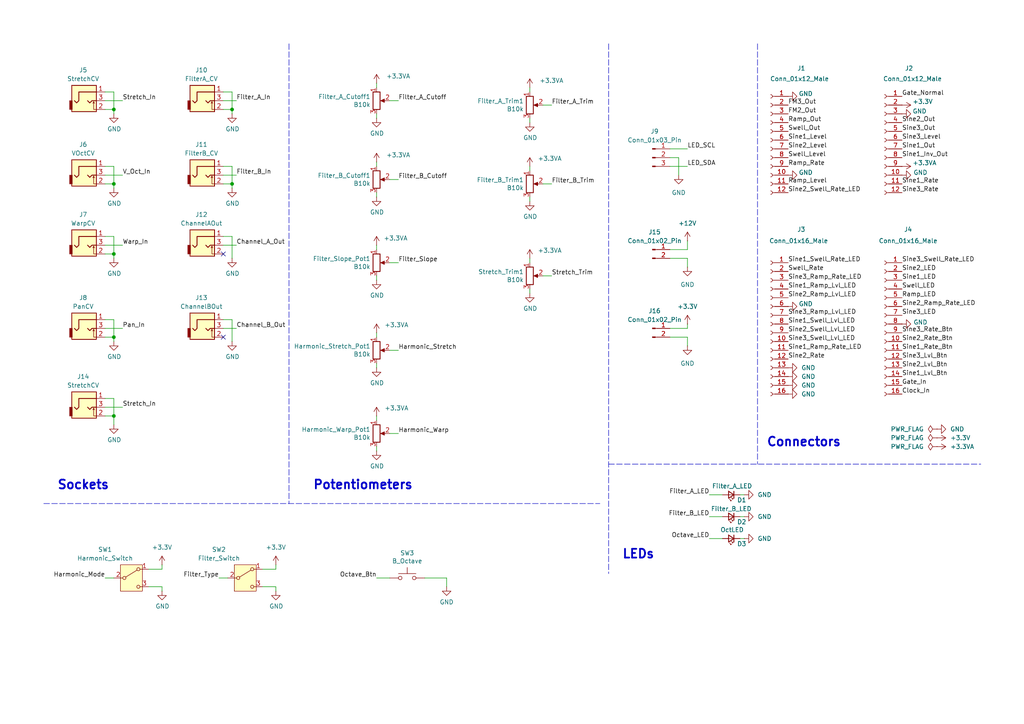
<source format=kicad_sch>
(kicad_sch (version 20231120) (generator "eeschema") (generator_version "8.0")
  (paper "A4")
  (title_block (title "Kishoof Components") (date "2024-04-24") (rev "1.0") (company "Mountjoy Modular"))
  (lib_symbols
    (symbol "Connector:Conn_01x02_Pin" (pin_names (offset 1.016) hide)
      (property "Reference" "J" (at 0 2.54 0))
      (property "Value" "Conn_01x02_Pin" (at 0 -5.08 0))
      (symbol "Conn_01x02_Pin_1_1"
        (polyline (pts (xy 1.27 -2.54) (xy 0.8636 -2.54)) (stroke (width 0.1524)))
        (polyline (pts (xy 1.27 0) (xy 0.8636 0)) (stroke (width 0.1524)))
        (rectangle (start 0.8636 -2.413) (end 0 -2.667) (stroke (width 0.1524)) (fill (type outline)))
        (rectangle (start 0.8636 0.127) (end 0 -0.127) (stroke (width 0.1524)) (fill (type outline)))
        (pin passive line (at 5.08 0 180) (length 3.81) (name "Pin_1") (number "1"))
        (pin passive line (at 5.08 -2.54 180) (length 3.81) (name "Pin_2") (number "2"))
      )
    )
    (symbol "Connector:Conn_01x03_Pin" (pin_names (offset 1.016) hide)
      (property "Reference" "J" (at 0 5.08 0))
      (property "Value" "Conn_01x03_Pin" (at 0 -5.08 0))
      (symbol "Conn_01x03_Pin_1_1"
        (polyline (pts (xy 1.27 -2.54) (xy 0.8636 -2.54)) (stroke (width 0.1524)))
        (polyline (pts (xy 1.27 0) (xy 0.8636 0)) (stroke (width 0.1524)))
        (polyline (pts (xy 1.27 2.54) (xy 0.8636 2.54)) (stroke (width 0.1524)))
        (rectangle (start 0.8636 -2.413) (end 0 -2.667) (stroke (width 0.1524)) (fill (type outline)))
        (rectangle (start 0.8636 0.127) (end 0 -0.127) (stroke (width 0.1524)) (fill (type outline)))
        (rectangle (start 0.8636 2.667) (end 0 2.413) (stroke (width 0.1524)) (fill (type outline)))
        (pin passive line (at 5.08 2.54 180) (length 3.81) (name "Pin_1") (number "1"))
        (pin passive line (at 5.08 0 180) (length 3.81) (name "Pin_2") (number "2"))
        (pin passive line (at 5.08 -2.54 180) (length 3.81) (name "Pin_3") (number "3"))
      )
    )
    (symbol "Connector:Conn_01x12_Socket" (pin_names (offset 1.016) hide)
      (property "Reference" "J" (at 0 15.24 0))
      (property "Value" "Conn_01x12_Socket" (at 0 -17.78 0))
      (symbol "Conn_01x12_Socket_1_1"
        (arc (start 0 -14.732) (mid -0.5058 -15.24) (end 0 -15.748) (stroke (width 0.1524)))
        (arc (start 0 -12.192) (mid -0.5058 -12.7) (end 0 -13.208) (stroke (width 0.1524)))
        (arc (start 0 -9.652) (mid -0.5058 -10.16) (end 0 -10.668) (stroke (width 0.1524)))
        (arc (start 0 -7.112) (mid -0.5058 -7.62) (end 0 -8.128) (stroke (width 0.1524)))
        (arc (start 0 -4.572) (mid -0.5058 -5.08) (end 0 -5.588) (stroke (width 0.1524)))
        (arc (start 0 -2.032) (mid -0.5058 -2.54) (end 0 -3.048) (stroke (width 0.1524)))
        (polyline (pts (xy -1.27 -15.24) (xy -0.508 -15.24)) (stroke (width 0.1524)))
        (polyline (pts (xy -1.27 -12.7) (xy -0.508 -12.7)) (stroke (width 0.1524)))
        (polyline (pts (xy -1.27 -10.16) (xy -0.508 -10.16)) (stroke (width 0.1524)))
        (polyline (pts (xy -1.27 -7.62) (xy -0.508 -7.62)) (stroke (width 0.1524)))
        (polyline (pts (xy -1.27 -5.08) (xy -0.508 -5.08)) (stroke (width 0.1524)))
        (polyline (pts (xy -1.27 -2.54) (xy -0.508 -2.54)) (stroke (width 0.1524)))
        (polyline (pts (xy -1.27 0) (xy -0.508 0)) (stroke (width 0.1524)))
        (polyline (pts (xy -1.27 2.54) (xy -0.508 2.54)) (stroke (width 0.1524)))
        (polyline (pts (xy -1.27 5.08) (xy -0.508 5.08)) (stroke (width 0.1524)))
        (polyline (pts (xy -1.27 7.62) (xy -0.508 7.62)) (stroke (width 0.1524)))
        (polyline (pts (xy -1.27 10.16) (xy -0.508 10.16)) (stroke (width 0.1524)))
        (polyline (pts (xy -1.27 12.7) (xy -0.508 12.7)) (stroke (width 0.1524)))
        (arc (start 0 0.508) (mid -0.5058 0) (end 0 -0.508) (stroke (width 0.1524)))
        (arc (start 0 3.048) (mid -0.5058 2.54) (end 0 2.032) (stroke (width 0.1524)))
        (arc (start 0 5.588) (mid -0.5058 5.08) (end 0 4.572) (stroke (width 0.1524)))
        (arc (start 0 8.128) (mid -0.5058 7.62) (end 0 7.112) (stroke (width 0.1524)))
        (arc (start 0 10.668) (mid -0.5058 10.16) (end 0 9.652) (stroke (width 0.1524)))
        (arc (start 0 13.208) (mid -0.5058 12.7) (end 0 12.192) (stroke (width 0.1524)))
        (pin passive line (at -5.08 12.7 0) (length 3.81) (name "Pin_1") (number "1"))
        (pin passive line (at -5.08 -10.16 0) (length 3.81) (name "Pin_10") (number "10"))
        (pin passive line (at -5.08 -12.7 0) (length 3.81) (name "Pin_11") (number "11"))
        (pin passive line (at -5.08 -15.24 0) (length 3.81) (name "Pin_12") (number "12"))
        (pin passive line (at -5.08 10.16 0) (length 3.81) (name "Pin_2") (number "2"))
        (pin passive line (at -5.08 7.62 0) (length 3.81) (name "Pin_3") (number "3"))
        (pin passive line (at -5.08 5.08 0) (length 3.81) (name "Pin_4") (number "4"))
        (pin passive line (at -5.08 2.54 0) (length 3.81) (name "Pin_5") (number "5"))
        (pin passive line (at -5.08 0 0) (length 3.81) (name "Pin_6") (number "6"))
        (pin passive line (at -5.08 -2.54 0) (length 3.81) (name "Pin_7") (number "7"))
        (pin passive line (at -5.08 -5.08 0) (length 3.81) (name "Pin_8") (number "8"))
        (pin passive line (at -5.08 -7.62 0) (length 3.81) (name "Pin_9") (number "9"))
      )
    )
    (symbol "Connector:Conn_01x16_Socket" (pin_names (offset 1.016) hide)
      (property "Reference" "J" (at 0 20.32 0))
      (property "Value" "Conn_01x16_Socket" (at 0 -22.86 0))
      (symbol "Conn_01x16_Socket_1_1"
        (arc (start 0 -19.812) (mid -0.5058 -20.32) (end 0 -20.828) (stroke (width 0.1524)))
        (arc (start 0 -17.272) (mid -0.5058 -17.78) (end 0 -18.288) (stroke (width 0.1524)))
        (arc (start 0 -14.732) (mid -0.5058 -15.24) (end 0 -15.748) (stroke (width 0.1524)))
        (arc (start 0 -12.192) (mid -0.5058 -12.7) (end 0 -13.208) (stroke (width 0.1524)))
        (arc (start 0 -9.652) (mid -0.5058 -10.16) (end 0 -10.668) (stroke (width 0.1524)))
        (arc (start 0 -7.112) (mid -0.5058 -7.62) (end 0 -8.128) (stroke (width 0.1524)))
        (arc (start 0 -4.572) (mid -0.5058 -5.08) (end 0 -5.588) (stroke (width 0.1524)))
        (arc (start 0 -2.032) (mid -0.5058 -2.54) (end 0 -3.048) (stroke (width 0.1524)))
        (polyline (pts (xy -1.27 -20.32) (xy -0.508 -20.32)) (stroke (width 0.1524)))
        (polyline (pts (xy -1.27 -17.78) (xy -0.508 -17.78)) (stroke (width 0.1524)))
        (polyline (pts (xy -1.27 -15.24) (xy -0.508 -15.24)) (stroke (width 0.1524)))
        (polyline (pts (xy -1.27 -12.7) (xy -0.508 -12.7)) (stroke (width 0.1524)))
        (polyline (pts (xy -1.27 -10.16) (xy -0.508 -10.16)) (stroke (width 0.1524)))
        (polyline (pts (xy -1.27 -7.62) (xy -0.508 -7.62)) (stroke (width 0.1524)))
        (polyline (pts (xy -1.27 -5.08) (xy -0.508 -5.08)) (stroke (width 0.1524)))
        (polyline (pts (xy -1.27 -2.54) (xy -0.508 -2.54)) (stroke (width 0.1524)))
        (polyline (pts (xy -1.27 0) (xy -0.508 0)) (stroke (width 0.1524)))
        (polyline (pts (xy -1.27 2.54) (xy -0.508 2.54)) (stroke (width 0.1524)))
        (polyline (pts (xy -1.27 5.08) (xy -0.508 5.08)) (stroke (width 0.1524)))
        (polyline (pts (xy -1.27 7.62) (xy -0.508 7.62)) (stroke (width 0.1524)))
        (polyline (pts (xy -1.27 10.16) (xy -0.508 10.16)) (stroke (width 0.1524)))
        (polyline (pts (xy -1.27 12.7) (xy -0.508 12.7)) (stroke (width 0.1524)))
        (polyline (pts (xy -1.27 15.24) (xy -0.508 15.24)) (stroke (width 0.1524)))
        (polyline (pts (xy -1.27 17.78) (xy -0.508 17.78)) (stroke (width 0.1524)))
        (arc (start 0 0.508) (mid -0.5058 0) (end 0 -0.508) (stroke (width 0.1524)))
        (arc (start 0 3.048) (mid -0.5058 2.54) (end 0 2.032) (stroke (width 0.1524)))
        (arc (start 0 5.588) (mid -0.5058 5.08) (end 0 4.572) (stroke (width 0.1524)))
        (arc (start 0 8.128) (mid -0.5058 7.62) (end 0 7.112) (stroke (width 0.1524)))
        (arc (start 0 10.668) (mid -0.5058 10.16) (end 0 9.652) (stroke (width 0.1524)))
        (arc (start 0 13.208) (mid -0.5058 12.7) (end 0 12.192) (stroke (width 0.1524)))
        (arc (start 0 15.748) (mid -0.5058 15.24) (end 0 14.732) (stroke (width 0.1524)))
        (arc (start 0 18.288) (mid -0.5058 17.78) (end 0 17.272) (stroke (width 0.1524)))
        (pin passive line (at -5.08 17.78 0) (length 3.81) (name "Pin_1") (number "1"))
        (pin passive line (at -5.08 -5.08 0) (length 3.81) (name "Pin_10") (number "10"))
        (pin passive line (at -5.08 -7.62 0) (length 3.81) (name "Pin_11") (number "11"))
        (pin passive line (at -5.08 -10.16 0) (length 3.81) (name "Pin_12") (number "12"))
        (pin passive line (at -5.08 -12.7 0) (length 3.81) (name "Pin_13") (number "13"))
        (pin passive line (at -5.08 -15.24 0) (length 3.81) (name "Pin_14") (number "14"))
        (pin passive line (at -5.08 -17.78 0) (length 3.81) (name "Pin_15") (number "15"))
        (pin passive line (at -5.08 -20.32 0) (length 3.81) (name "Pin_16") (number "16"))
        (pin passive line (at -5.08 15.24 0) (length 3.81) (name "Pin_2") (number "2"))
        (pin passive line (at -5.08 12.7 0) (length 3.81) (name "Pin_3") (number "3"))
        (pin passive line (at -5.08 10.16 0) (length 3.81) (name "Pin_4") (number "4"))
        (pin passive line (at -5.08 7.62 0) (length 3.81) (name "Pin_5") (number "5"))
        (pin passive line (at -5.08 5.08 0) (length 3.81) (name "Pin_6") (number "6"))
        (pin passive line (at -5.08 2.54 0) (length 3.81) (name "Pin_7") (number "7"))
        (pin passive line (at -5.08 0 0) (length 3.81) (name "Pin_8") (number "8"))
        (pin passive line (at -5.08 -2.54 0) (length 3.81) (name "Pin_9") (number "9"))
      )
    )
    (symbol "Device:LED_Small" (pin_numbers hide) (pin_names (offset 0.254) hide)
      (property "Reference" "D" (at -1.27 3.175 0))
      (property "Value" "LED_Small" (at -4.445 -2.54 0))
      (symbol "LED_Small_0_1"
        (polyline (pts (xy -0.762 -1.016) (xy -0.762 1.016)) (stroke (width 0.254)))
        (polyline (pts (xy 1.016 0) (xy -0.762 0)))
        (polyline (pts (xy 0.762 -1.016) (xy -0.762 0) (xy 0.762 1.016) (xy 0.762 -1.016)) (stroke (width 0.254)))
        (polyline (pts (xy 0 0.762) (xy -0.508 1.27) (xy -0.254 1.27) (xy -0.508 1.27) (xy -0.508 1.016)))
        (polyline (pts (xy 0.508 1.27) (xy 0 1.778) (xy 0.254 1.778) (xy 0 1.778) (xy 0 1.524)))
      )
      (symbol "LED_Small_1_1"
        (pin passive line (at -2.54 0 0) (length 1.778) (name "K") (number "1"))
        (pin passive line (at 2.54 0 180) (length 1.778) (name "A") (number "2"))
      )
    )
    (symbol "Device:R_Potentiometer" (pin_names (offset 1.016) hide)
      (property "Reference" "RV" (at -4.445 0 90))
      (property "Value" "R_Potentiometer" (at -2.54 0 90))
      (symbol "R_Potentiometer_0_1"
        (polyline (pts (xy 2.54 0) (xy 1.524 0)))
        (polyline (pts (xy 1.143 0) (xy 2.286 0.508) (xy 2.286 -0.508) (xy 1.143 0)) (fill (type outline)))
        (rectangle (start 1.016 2.54) (end -1.016 -2.54) (stroke (width 0.254)))
      )
      (symbol "R_Potentiometer_1_1"
        (pin passive line (at 0 3.81 270) (length 1.27) (name "1") (number "1"))
        (pin passive line (at 3.81 0 180) (length 1.27) (name "2") (number "2"))
        (pin passive line (at 0 -3.81 90) (length 1.27) (name "3") (number "3"))
      )
    )
    (symbol "Switch:SW_Push" (pin_numbers hide) (pin_names (offset 1.016) hide)
      (property "Reference" "SW" (at 1.27 2.54 0))
      (property "Value" "SW_Push" (at 0 -1.524 0))
      (symbol "SW_Push_0_1"
        (circle (center -2.032 0) (radius 0.508))
        (polyline (pts (xy 0 1.27) (xy 0 3.048)))
        (polyline (pts (xy 2.54 1.27) (xy -2.54 1.27)))
        (circle (center 2.032 0) (radius 0.508))
        (pin passive line (at -5.08 0 0) (length 2.54) (name "1") (number "1"))
        (pin passive line (at 5.08 0 180) (length 2.54) (name "2") (number "2"))
      )
    )
    (symbol "Switch:SW_SPDT" (pin_names (offset 0) hide)
      (property "Reference" "SW" (at 0 5.08 0))
      (property "Value" "SW_SPDT" (at 0 -5.08 0))
      (symbol "SW_SPDT_0_1"
        (circle (center -2.032 0) (radius 0.4572))
        (polyline (pts (xy -1.651 0.254) (xy 1.651 2.286)))
        (circle (center 2.032 -2.54) (radius 0.4572))
        (circle (center 2.032 2.54) (radius 0.4572))
      )
      (symbol "SW_SPDT_1_1"
        (rectangle (start -3.175 3.81) (end 3.175 -3.81) (fill (type background)))
        (pin passive line (at 5.08 2.54 180) (length 2.54) (name "A") (number "1"))
        (pin passive line (at -5.08 0 0) (length 2.54) (name "B") (number "2"))
        (pin passive line (at 5.08 -2.54 180) (length 2.54) (name "C") (number "3"))
      )
    )
    (symbol "power:+12V" (power) (pin_numbers hide) (pin_names (offset 0) hide)
      (property "Value" "+12V" (at 0 3.556 0))
      (symbol "+12V_0_1"
        (polyline (pts (xy -0.762 1.27) (xy 0 2.54)))
        (polyline (pts (xy 0 0) (xy 0 2.54)))
        (polyline (pts (xy 0 2.54) (xy 0.762 1.27)))
      )
      (symbol "+12V_1_1"
        (pin power_in line (at 0 0 90) (length 0) (name "~") (number "1"))
      )
    )
    (symbol "power:+3.3V" (power) (pin_numbers hide) (pin_names (offset 0) hide)
      (property "Value" "+3.3V" (at 0 3.556 0))
      (symbol "+3.3V_0_1"
        (polyline (pts (xy -0.762 1.27) (xy 0 2.54)))
        (polyline (pts (xy 0 0) (xy 0 2.54)))
        (polyline (pts (xy 0 2.54) (xy 0.762 1.27)))
      )
      (symbol "+3.3V_1_1"
        (pin power_in line (at 0 0 90) (length 0) (name "~") (number "1"))
      )
    )
    (symbol "power:+3.3VA" (power) (pin_numbers hide) (pin_names (offset 0) hide)
      (property "Value" "+3.3VA" (at 0 3.556 0))
      (symbol "+3.3VA_0_1"
        (polyline (pts (xy -0.762 1.27) (xy 0 2.54)))
        (polyline (pts (xy 0 0) (xy 0 2.54)))
        (polyline (pts (xy 0 2.54) (xy 0.762 1.27)))
      )
      (symbol "+3.3VA_1_1"
        (pin power_in line (at 0 0 90) (length 0) (name "~") (number "1"))
      )
    )
    (symbol "power:GND" (power) (pin_numbers hide) (pin_names (offset 0) hide)
      (property "Value" "GND" (at 0 -3.81 0))
      (symbol "GND_0_1"
        (polyline (pts (xy 0 0) (xy 0 -1.27) (xy 1.27 -1.27) (xy 0 -2.54) (xy -1.27 -1.27) (xy 0 -1.27)))
      )
      (symbol "GND_1_1"
        (pin power_in line (at 0 0 270) (length 0) (name "~") (number "1"))
      )
    )
    (symbol "power:PWR_FLAG" (power) (pin_numbers hide) (pin_names (offset 0) hide)
      (property "Value" "PWR_FLAG" (at 0 3.81 0))
      (symbol "PWR_FLAG_0_0"
        (pin power_out line (at 0 0 90) (length 0) (name "~") (number "1"))
      )
      (symbol "PWR_FLAG_0_1"
        (polyline (pts (xy 0 0) (xy 0 1.27) (xy -1.016 1.905) (xy 0 2.54) (xy 1.016 1.905) (xy 0 1.27)))
      )
    )
    (symbol "thonkiconn:AudioJack2_Ground_Switch" (pin_names (offset 1.016))
      (property "Reference" "J" (at 0 8.89 0))
      (property "Value" "AudioJack2_Ground_Switch" (at 0 6.35 0))
      (symbol "AudioJack2_Ground_Switch_0_1"
        (rectangle (start -4.445 -2.54) (end -5.207 0) (fill (type outline)))
        (polyline (pts (xy 1.778 -0.254) (xy 2.032 -0.762)))
        (polyline (pts (xy 0 0) (xy 0.635 -0.635) (xy 1.27 0) (xy 2.54 0)) (stroke (width 0.254)))
        (polyline (pts (xy 2.54 -2.54) (xy 1.778 -2.54) (xy 1.778 -0.254) (xy 1.524 -0.762)))
        (polyline (pts (xy 2.54 2.54) (xy -2.54 2.54) (xy -2.54 0) (xy -3.175 -0.635) (xy -3.81 0)) (stroke (width 0.254)))
        (rectangle (start 2.54 -3.175) (end -4.572 4.445) (stroke (width 0.254)) (fill (type background)))
      )
      (symbol "AudioJack2_Ground_Switch_1_1"
        (pin passive line (at 5.08 2.54 180) (length 2.54) (name "~") (number "1"))
        (pin passive line (at 5.08 -2.54 180) (length 2.54) (name "~") (number "2"))
        (pin passive line (at 5.08 0 180) (length 2.54) (name "~") (number "3"))
      )
    )
  )
  (junction (at 33.02 53.34))
  (junction (at 33.02 120.65))
  (junction (at 33.02 31.75))
  (junction (at 33.02 97.79))
  (junction (at 67.31 53.34))
  (junction (at 33.02 73.66))
  (junction (at 67.31 31.75))
  (no_connect (at 64.77 97.79))
  (no_connect (at 64.77 73.66))
  (wire (pts (xy 33.02 115.57) (xy 33.02 120.65)))
  (wire (pts (xy 196.85 45.72) (xy 196.85 50.8)))
  (wire (pts (xy 76.2 165.1) (xy 80.01 165.1)))
  (wire (pts (xy 109.22 24.13) (xy 109.22 25.4)))
  (wire (pts (xy 64.77 26.67) (xy 67.31 26.67)))
  (wire (pts (xy 33.02 53.34) (xy 33.02 54.61)))
  (wire (pts (xy 64.77 68.58) (xy 67.31 68.58)))
  (wire (pts (xy 109.22 55.88) (xy 109.22 57.15)))
  (wire (pts (xy 67.31 48.26) (xy 67.31 53.34)))
  (wire (pts (xy 199.39 93.98) (xy 199.39 95.25)))
  (wire (pts (xy 67.31 31.75) (xy 67.31 33.02)))
  (wire (pts (xy 66.04 167.64) (xy 63.5 167.64)))
  (wire (pts (xy 30.48 95.25) (xy 35.56 95.25)))
  (wire (pts (xy 67.31 26.67) (xy 67.31 31.75)))
  (wire (pts (xy 30.48 73.66) (xy 33.02 73.66)))
  (wire (pts (xy 205.74 143.51) (xy 209.55 143.51)))
  (wire (pts (xy 109.22 129.54) (xy 109.22 130.81)))
  (wire (pts (xy 129.54 167.64) (xy 129.54 170.18)))
  (wire (pts (xy 33.02 68.58) (xy 33.02 73.66)))
  (wire (pts (xy 43.18 170.18) (xy 46.99 170.18)))
  (wire (pts (xy 64.77 53.34) (xy 67.31 53.34)))
  (wire (pts (xy 33.02 73.66) (xy 33.02 74.93)))
  (wire (pts (xy 30.48 120.65) (xy 33.02 120.65)))
  (wire (pts (xy 194.31 43.18) (xy 199.39 43.18)))
  (wire (pts (xy 109.22 96.52) (xy 109.22 97.79)))
  (polyline (pts (xy 83.82 12.7) (xy 83.82 146.05)) (stroke (width 0) (type dash)))
  (wire (pts (xy 153.67 34.29) (xy 153.67 35.56)))
  (wire (pts (xy 153.67 57.15) (xy 153.67 58.42)))
  (wire (pts (xy 64.77 71.12) (xy 68.58 71.12)))
  (wire (pts (xy 64.77 95.25) (xy 68.58 95.25)))
  (wire (pts (xy 199.39 95.25) (xy 194.31 95.25)))
  (wire (pts (xy 153.67 25.4) (xy 153.67 26.67)))
  (wire (pts (xy 46.99 170.18) (xy 46.99 171.45)))
  (wire (pts (xy 157.48 30.48) (xy 160.02 30.48)))
  (wire (pts (xy 30.48 92.71) (xy 33.02 92.71)))
  (wire (pts (xy 64.77 31.75) (xy 67.31 31.75)))
  (wire (pts (xy 214.63 156.21) (xy 215.9 156.21)))
  (wire (pts (xy 113.03 29.21) (xy 115.57 29.21)))
  (wire (pts (xy 30.48 48.26) (xy 33.02 48.26)))
  (wire (pts (xy 30.48 97.79) (xy 33.02 97.79)))
  (wire (pts (xy 194.31 74.93) (xy 199.39 74.93)))
  (wire (pts (xy 67.31 53.34) (xy 67.31 54.61)))
  (wire (pts (xy 109.22 33.02) (xy 109.22 34.29)))
  (wire (pts (xy 153.67 83.82) (xy 153.67 85.09)))
  (wire (pts (xy 157.48 80.01) (xy 160.02 80.01)))
  (wire (pts (xy 199.39 74.93) (xy 199.39 77.47)))
  (wire (pts (xy 199.39 97.79) (xy 199.39 100.33)))
  (wire (pts (xy 67.31 92.71) (xy 67.31 99.06)))
  (wire (pts (xy 199.39 72.39) (xy 194.31 72.39)))
  (wire (pts (xy 194.31 48.26) (xy 199.39 48.26)))
  (wire (pts (xy 157.48 53.34) (xy 160.02 53.34)))
  (wire (pts (xy 30.48 26.67) (xy 33.02 26.67)))
  (wire (pts (xy 30.48 68.58) (xy 33.02 68.58)))
  (wire (pts (xy 33.02 26.67) (xy 33.02 31.75)))
  (wire (pts (xy 109.22 105.41) (xy 109.22 106.68)))
  (wire (pts (xy 153.67 74.93) (xy 153.67 76.2)))
  (wire (pts (xy 214.63 143.51) (xy 215.9 143.51)))
  (wire (pts (xy 205.74 156.21) (xy 209.55 156.21)))
  (wire (pts (xy 46.99 163.83) (xy 46.99 165.1)))
  (wire (pts (xy 30.48 118.11) (xy 35.56 118.11)))
  (wire (pts (xy 109.22 46.99) (xy 109.22 48.26)))
  (wire (pts (xy 153.67 48.26) (xy 153.67 49.53)))
  (wire (pts (xy 113.03 52.07) (xy 115.57 52.07)))
  (wire (pts (xy 194.31 97.79) (xy 199.39 97.79)))
  (wire (pts (xy 76.2 170.18) (xy 80.01 170.18)))
  (polyline (pts (xy 12.7 146.05) (xy 173.99 146.05)) (stroke (width 0) (type dash)))
  (wire (pts (xy 30.48 53.34) (xy 33.02 53.34)))
  (wire (pts (xy 194.31 45.72) (xy 196.85 45.72)))
  (wire (pts (xy 113.03 125.73) (xy 115.57 125.73)))
  (wire (pts (xy 109.22 120.65) (xy 109.22 121.92)))
  (wire (pts (xy 113.03 76.2) (xy 115.57 76.2)))
  (wire (pts (xy 43.18 165.1) (xy 46.99 165.1)))
  (wire (pts (xy 80.01 163.83) (xy 80.01 165.1)))
  (wire (pts (xy 109.22 167.64) (xy 113.03 167.64)))
  (wire (pts (xy 109.22 71.12) (xy 109.22 72.39)))
  (wire (pts (xy 113.03 101.6) (xy 115.57 101.6)))
  (wire (pts (xy 33.02 120.65) (xy 33.02 123.19)))
  (wire (pts (xy 205.74 149.86) (xy 209.55 149.86)))
  (polyline (pts (xy 219.71 12.7) (xy 219.71 134.62)) (stroke (width 0) (type dash)))
  (wire (pts (xy 30.48 29.21) (xy 35.56 29.21)))
  (wire (pts (xy 64.77 29.21) (xy 68.58 29.21)))
  (wire (pts (xy 30.48 50.8) (xy 35.56 50.8)))
  (wire (pts (xy 214.63 149.86) (xy 215.9 149.86)))
  (wire (pts (xy 109.22 80.01) (xy 109.22 81.28)))
  (wire (pts (xy 33.02 97.79) (xy 33.02 99.06)))
  (wire (pts (xy 80.01 170.18) (xy 80.01 171.45)))
  (wire (pts (xy 33.02 167.64) (xy 30.48 167.64)))
  (wire (pts (xy 64.77 48.26) (xy 67.31 48.26)))
  (wire (pts (xy 64.77 50.8) (xy 68.58 50.8)))
  (wire (pts (xy 33.02 31.75) (xy 33.02 33.02)))
  (wire (pts (xy 33.02 48.26) (xy 33.02 53.34)))
  (wire (pts (xy 30.48 71.12) (xy 35.56 71.12)))
  (wire (pts (xy 64.77 92.71) (xy 67.31 92.71)))
  (wire (pts (xy 33.02 92.71) (xy 33.02 97.79)))
  (polyline (pts (xy 176.53 134.62) (xy 284.48 134.62)) (stroke (width 0) (type dash)))
  (wire (pts (xy 199.39 69.85) (xy 199.39 72.39)))
  (wire (pts (xy 67.31 68.58) (xy 67.31 74.93)))
  (polyline (pts (xy 176.53 12.7) (xy 176.53 166.37)) (stroke (width 0) (type dash)))
  (wire (pts (xy 123.19 167.64) (xy 129.54 167.64)))
  (wire (pts (xy 30.48 31.75) (xy 33.02 31.75)))
  (wire (pts (xy 30.48 115.57) (xy 33.02 115.57)))
  (text "Sockets" (at 16.51 142.24 0) (effects (font (size 2.54 2.54) (thickness 0.508) (bold yes)) (justify left bottom)))
  (text "Connectors" (at 222.25 129.794 0) (effects (font (size 2.54 2.54) (thickness 0.508) (bold yes)) (justify left bottom)))
  (text "LEDs" (at 180.34 162.306 0) (effects (font (size 2.54 2.54) (thickness 0.508) (bold yes)) (justify left bottom)))
  (text "Potentiometers" (at 90.678 142.24 0) (effects (font (size 2.54 2.54) (thickness 0.508) (bold yes)) (justify left bottom)))
  (label "Swell_Level" (at 228.6 45.72 0))
  (label "Sine3_Level" (at 261.62 40.64 0))
  (label "Harmonic_Stretch" (at 115.57 101.6 0))
  (label "Filter_A_Cutoff" (at 115.57 29.21 0))
  (label "Channel_B_Out" (at 68.58 95.25 0))
  (label "Stretch_In" (at 35.56 118.11 0))
  (label "LED_SCL" (at 199.39 43.18 0))
  (label "Sine1_Rate" (at 261.62 53.34 0))
  (label "Filter_B_Cutoff" (at 115.57 52.07 0))
  (label "Clock_In" (at 261.62 114.3 0))
  (label "Filter_B_LED" (at 205.74 149.86 180))
  (label "Ramp_Rate" (at 228.6 48.26 0))
  (label "Sine3_LED" (at 261.62 91.44 0))
  (label "Sine1_Swell_Lvl_LED" (at 228.6 93.98 0))
  (label "Gate_In" (at 261.62 111.76 0))
  (label "Stretch_In" (at 35.56 29.21 0))
  (label "FM3_Out" (at 228.6 30.48 0))
  (label "Octave_Btn" (at 109.22 167.64 180))
  (label "Sine3_Rate_Btn" (at 261.62 96.52 0))
  (label "Swell_LED" (at 261.62 83.82 0))
  (label "Sine2_Rate_Btn" (at 261.62 99.06 0))
  (label "Sine1_Out" (at 261.62 43.18 0))
  (label "Sine1_Lvl_Btn" (at 261.62 109.22 0))
  (label "Filter_Type" (at 63.5 167.64 180))
  (label "Harmonic_Mode" (at 30.48 167.64 180))
  (label "Sine3_Rate" (at 261.62 55.88 0))
  (label "Filter_A_In" (at 68.58 29.21 0))
  (label "Filter_B_In" (at 68.58 50.8 0))
  (label "Filter_A_Trim" (at 160.02 30.48 0))
  (label "Ramp_Level" (at 228.6 53.34 0))
  (label "Sine3_Ramp_Lvl_LED" (at 228.6 91.44 0))
  (label "Sine2_Ramp_Lvl_LED" (at 228.6 86.36 0))
  (label "Gate_Normal" (at 261.62 27.94 0))
  (label "Ramp_LED" (at 261.62 86.36 0))
  (label "Sine2_Rate" (at 228.6 104.14 0))
  (label "Sine2_LED" (at 261.62 78.74 0))
  (label "FM2_Out" (at 228.6 33.02 0))
  (label "Swell_Out" (at 228.6 38.1 0))
  (label "Stretch_Trim" (at 160.02 80.01 0))
  (label "Warp_In" (at 35.56 71.12 0))
  (label "Ramp_Out" (at 228.6 35.56 0))
  (label "Filter_A_LED" (at 205.74 143.51 180))
  (label "Sine1_Rate_Btn" (at 261.62 101.6 0))
  (label "Sine2_Swell_Rate_LED" (at 228.6 55.88 0))
  (label "Octave_LED" (at 205.74 156.21 180))
  (label "Harmonic_Warp" (at 115.57 125.73 0))
  (label "Sine3_Out" (at 261.62 38.1 0))
  (label "Sine1_Ramp_Lvl_LED" (at 228.6 83.82 0))
  (label "V_Oct_In" (at 35.56 50.8 0))
  (label "Swell_Rate" (at 228.6 78.74 0))
  (label "Sine3_Swell_Rate_LED" (at 261.62 76.2 0))
  (label "Sine2_Level" (at 228.6 43.18 0))
  (label "Channel_A_Out" (at 68.58 71.12 0))
  (label "Sine1_Level" (at 228.6 40.64 0))
  (label "Sine2_Swell_Lvl_LED" (at 228.6 96.52 0))
  (label "LED_SDA" (at 199.39 48.26 0))
  (label "Sine1_Ramp_Rate_LED" (at 228.6 101.6 0))
  (label "Filter_Slope" (at 115.57 76.2 0))
  (label "Sine1_LED" (at 261.62 81.28 0))
  (label "Sine3_Ramp_Rate_LED" (at 228.6 81.28 0))
  (label "Sine2_Lvl_Btn" (at 261.62 106.68 0))
  (label "Pan_In" (at 35.56 95.25 0))
  (label "Sine1_Swell_Rate_LED" (at 228.6 76.2 0))
  (label "Sine2_Ramp_Rate_LED" (at 261.62 88.9 0))
  (label "Sine2_Out" (at 261.62 35.56 0))
  (label "Sine3_Swell_Lvl_LED" (at 228.6 99.06 0))
  (label "Sine1_Inv_Out" (at 261.62 45.72 0))
  (label "Filter_B_Trim" (at 160.02 53.34 0))
  (label "Sine3_Lvl_Btn" (at 261.62 104.14 0))
  (symbol (lib_id "power:GND") (at 109.22 130.81 0) (unit 1)
    (property "Reference" "#PWR019" (effects (hide yes)))
    (property "Value" "GND" (at 109.347 135.2042 0))
    (property "Description" "Power symbol creates a global label with name \"GND\" , ground" (effects (hide yes)))
  )
  (symbol (lib_id "power:GND") (at 67.31 74.93 0) (unit 1)
    (property "Reference" "#PWR0104" (effects (hide yes)))
    (property "Value" "GND" (at 67.437 79.3242 0))
    (property "Description" "Power symbol creates a global label with name \"GND\" , ground" (effects (hide yes)))
  )
  (symbol (lib_id "power:GND") (at 228.6 27.94 90) (unit 1)
    (property "Reference" "#PWR020" (effects (hide yes)))
    (property "Value" "GND" (at 231.648 27.178 90) (effects (justify right)))
    (property "Description" "Power symbol creates a global label with name \"GND\" , ground" (effects (hide yes)))
  )
  (symbol (lib_id "power:+3.3VA") (at 109.22 71.12 0) (unit 1)
    (property "Reference" "#PWR012" (effects (hide yes)))
    (property "Value" "+3.3VA" (at 111.252 69.088 0) (effects (justify left)))
    (property "Description" "Power symbol creates a global label with name \"+3.3VA\"" (effects (hide yes)))
  )
  (symbol (lib_id "power:GND") (at 33.02 99.06 0) (unit 1)
    (property "Reference" "#PWR0109" (effects (hide yes)))
    (property "Value" "GND" (at 33.147 103.4542 0))
    (property "Description" "Power symbol creates a global label with name \"GND\" , ground" (effects (hide yes)))
  )
  (symbol (lib_id "Device:R_Potentiometer") (at 109.22 125.73 0) (unit 1)
    (property "Reference" "Harmonic_Warp_Pot1" (at 107.4674 124.5616 0) (effects (justify right)))
    (property "Value" "B10k" (at 107.4674 126.873 0) (effects (justify right)))
    (property "Footprint" "Custom_Footprints:Alpha_9mm_Potentiometer_Aligned" (effects (hide yes)))
    (property "Description" "Potentiometer" (effects (hide yes)))
  )
  (symbol (lib_id "power:+3.3V") (at 80.01 163.83 0) (unit 1)
    (property "Reference" "#PWR06" (effects (hide yes)))
    (property "Value" "+3.3V" (at 80.01 158.75 0))
    (property "Description" "Power symbol creates a global label with name \"+3.3V\"" (effects (hide yes)))
  )
  (symbol (lib_id "power:GND") (at 153.67 58.42 0) (unit 1)
    (property "Reference" "#PWR041" (effects (hide yes)))
    (property "Value" "GND" (at 153.797 62.8142 0))
    (property "Description" "Power symbol creates a global label with name \"GND\" , ground" (effects (hide yes)))
  )
  (symbol (lib_id "power:+3.3VA") (at 109.22 120.65 0) (unit 1)
    (property "Reference" "#PWR018" (effects (hide yes)))
    (property "Value" "+3.3VA" (at 111.506 118.364 0) (effects (justify left)))
    (property "Description" "Power symbol creates a global label with name \"+3.3VA\"" (effects (hide yes)))
  )
  (symbol (lib_id "power:GND") (at 228.6 88.9 90) (unit 1)
    (property "Reference" "#PWR022" (effects (hide yes)))
    (property "Value" "GND" (at 231.648 88.138 90) (effects (justify right)))
    (property "Description" "Power symbol creates a global label with name \"GND\" , ground" (effects (hide yes)))
  )
  (symbol (lib_id "power:GND") (at 46.99 171.45 0) (unit 1)
    (property "Reference" "#PWR05" (effects (hide yes)))
    (property "Value" "GND" (at 47.117 175.8442 0))
    (property "Description" "Power symbol creates a global label with name \"GND\" , ground" (effects (hide yes)))
  )
  (symbol (lib_id "power:+3.3V") (at 271.78 127 270) (unit 1)
    (property "Reference" "#PWR038" (effects (hide yes)))
    (property "Value" "+3.3V" (at 275.59 126.9999 90) (effects (justify left)))
    (property "Description" "Power symbol creates a global label with name \"+3.3V\"" (effects (hide yes)))
  )
  (symbol (lib_id "power:+3.3VA") (at 153.67 25.4 0) (unit 1)
    (property "Reference" "#PWR028" (effects (hide yes)))
    (property "Value" "+3.3VA" (at 156.464 23.368 0) (effects (justify left)))
    (property "Description" "Power symbol creates a global label with name \"+3.3VA\"" (effects (hide yes)))
  )
  (symbol (lib_id "Device:R_Potentiometer") (at 109.22 76.2 0) (unit 1)
    (property "Reference" "Filter_Slope_Pot1" (at 107.4674 75.0316 0) (effects (justify right)))
    (property "Value" "B10k" (at 107.4674 77.343 0) (effects (justify right)))
    (property "Footprint" "Custom_Footprints:Alpha_9mm_Potentiometer_Aligned" (effects (hide yes)))
    (property "Description" "Potentiometer" (effects (hide yes)))
  )
  (symbol (lib_id "thonkiconn:AudioJack2_Ground_Switch") (at 25.4 118.11 0) (unit 1)
    (property "Reference" "J14" (at 24.13 109.22 0))
    (property "Value" "StretchCV" (at 24.13 111.76 0))
    (property "Footprint" "Custom_Footprints:THONKICONN_hole" (effects (hide yes)))
    (property "Description" "Audio Jack, 2 Poles (Mono / TS), Switched Pole (Normalling)" (effects (hide yes)))
  )
  (symbol (lib_id "thonkiconn:AudioJack2_Ground_Switch") (at 59.69 29.21 0) (unit 1)
    (property "Reference" "J10" (at 58.42 20.32 0))
    (property "Value" "FilterA_CV" (at 58.42 22.86 0))
    (property "Footprint" "Custom_Footprints:THONKICONN_hole" (effects (hide yes)))
    (property "Description" "Audio Jack, 2 Poles (Mono / TS), Switched Pole (Normalling)" (effects (hide yes)))
  )
  (symbol (lib_id "thonkiconn:AudioJack2_Ground_Switch") (at 59.69 95.25 0) (unit 1)
    (property "Reference" "J13" (at 58.42 86.36 0))
    (property "Value" "ChannelBOut" (at 58.42 88.9 0))
    (property "Footprint" "Custom_Footprints:THONKICONN_hole" (effects (hide yes)))
    (property "Description" "Audio Jack, 2 Poles (Mono / TS), Switched Pole (Normalling)" (effects (hide yes)))
  )
  (symbol (lib_id "Connector:Conn_01x03_Pin") (at 189.23 45.72 0) (unit 1)
    (property "Reference" "J9" (at 189.865 38.1 0))
    (property "Value" "Conn_01x03_Pin" (at 189.865 40.64 0))
    (property "Footprint" "Connector_PinHeader_2.54mm:PinHeader_1x03_P2.54mm_Vertical" (effects (hide yes)))
    (property "Description" "Generic connector, single row, 01x03, script generated" (effects (hide yes)))
  )
  (symbol (lib_id "power:+3.3VA") (at 261.62 48.26 270) (unit 1)
    (property "Reference" "#PWR029" (effects (hide yes)))
    (property "Value" "+3.3VA" (at 264.668 47.244 90) (effects (justify left)))
    (property "Description" "Power symbol creates a global label with name \"+3.3VA\"" (effects (hide yes)))
  )
  (symbol (lib_id "power:GND") (at 33.02 74.93 0) (unit 1)
    (property "Reference" "#PWR0101" (effects (hide yes)))
    (property "Value" "GND" (at 33.147 79.3242 0))
    (property "Description" "Power symbol creates a global label with name \"GND\" , ground" (effects (hide yes)))
  )
  (symbol (lib_id "thonkiconn:AudioJack2_Ground_Switch") (at 25.4 95.25 0) (unit 1)
    (property "Reference" "J8" (at 24.13 86.36 0))
    (property "Value" "PanCV" (at 24.13 88.9 0))
    (property "Footprint" "Custom_Footprints:THONKICONN_hole" (effects (hide yes)))
    (property "Description" "Audio Jack, 2 Poles (Mono / TS), Switched Pole (Normalling)" (effects (hide yes)))
  )
  (symbol (lib_id "power:GND") (at 215.9 156.21 90) (mirror x) (unit 1)
    (property "Reference" "#PWR017" (effects (hide yes)))
    (property "Value" "GND" (at 219.71 156.2099 90) (effects (justify right)))
    (property "Description" "Power symbol creates a global label with name \"GND\" , ground" (effects (hide yes)))
  )
  (symbol (lib_id "power:PWR_FLAG") (at 271.78 129.54 90) (unit 1)
    (property "Reference" "#FLG03" (effects (hide yes)))
    (property "Value" "PWR_FLAG" (at 267.97 129.54 90) (effects (justify left)))
    (property "Description" "Special symbol for telling ERC where power comes from" (effects (hide yes)))
  )
  (symbol (lib_id "power:GND") (at 228.6 50.8 90) (unit 1)
    (property "Reference" "#PWR021" (effects (hide yes)))
    (property "Value" "GND" (at 231.648 50.038 90) (effects (justify right)))
    (property "Description" "Power symbol creates a global label with name \"GND\" , ground" (effects (hide yes)))
  )
  (symbol (lib_id "Switch:SW_Push") (at 118.11 167.64 0) (unit 1)
    (property "Reference" "SW3" (at 118.11 160.401 0))
    (property "Value" "B_Octave" (at 118.11 162.7124 0))
    (property "Footprint" "Custom_Footprints:SW_PUSH_6mm_aligned" (effects (hide yes)))
    (property "Description" "Push button switch, generic, two pins" (effects (hide yes)))
  )
  (symbol (lib_id "Device:R_Potentiometer") (at 109.22 52.07 0) (unit 1)
    (property "Reference" "Filter_B_Cutoff1" (at 107.4674 50.9016 0) (effects (justify right)))
    (property "Value" "B10k" (at 107.4674 53.213 0) (effects (justify right)))
    (property "Footprint" "Custom_Footprints:Alpha_9mm_Potentiometer_Aligned" (effects (hide yes)))
    (property "Description" "Potentiometer" (effects (hide yes)))
  )
  (symbol (lib_id "power:GND") (at 228.6 114.3 90) (unit 1)
    (property "Reference" "#PWR03" (effects (hide yes)))
    (property "Value" "GND" (at 232.41 114.2999 90) (effects (justify right)))
    (property "Description" "Power symbol creates a global label with name \"GND\" , ground" (effects (hide yes)))
  )
  (symbol (lib_id "thonkiconn:AudioJack2_Ground_Switch") (at 25.4 71.12 0) (unit 1)
    (property "Reference" "J7" (at 24.13 62.23 0))
    (property "Value" "WarpCV" (at 24.13 64.77 0))
    (property "Footprint" "Custom_Footprints:THONKICONN_hole" (effects (hide yes)))
    (property "Description" "Audio Jack, 2 Poles (Mono / TS), Switched Pole (Normalling)" (effects (hide yes)))
  )
  (symbol (lib_id "power:GND") (at 109.22 106.68 0) (unit 1)
    (property "Reference" "#PWR015" (effects (hide yes)))
    (property "Value" "GND" (at 109.347 111.0742 0))
    (property "Description" "Power symbol creates a global label with name \"GND\" , ground" (effects (hide yes)))
  )
  (symbol (lib_id "power:+12V") (at 199.39 69.85 0) (unit 1)
    (property "Reference" "#PWR040" (effects (hide yes)))
    (property "Value" "+12V" (at 199.39 64.77 0))
    (property "Description" "Power symbol creates a global label with name \"+12V\"" (effects (hide yes)))
  )
  (symbol (lib_id "thonkiconn:AudioJack2_Ground_Switch") (at 25.4 50.8 0) (unit 1)
    (property "Reference" "J6" (at 24.13 41.91 0))
    (property "Value" "VOctCV" (at 24.13 44.45 0))
    (property "Footprint" "Custom_Footprints:THONKICONN_hole" (effects (hide yes)))
    (property "Description" "Audio Jack, 2 Poles (Mono / TS), Switched Pole (Normalling)" (effects (hide yes)))
  )
  (symbol (lib_id "power:GND") (at 109.22 34.29 0) (unit 1)
    (property "Reference" "#PWR09" (effects (hide yes)))
    (property "Value" "GND" (at 109.347 38.6842 0))
    (property "Description" "Power symbol creates a global label with name \"GND\" , ground" (effects (hide yes)))
  )
  (symbol (lib_id "Switch:SW_SPDT") (at 71.12 167.64 0) (unit 1)
    (property "Reference" "SW2" (at 63.5 159.385 0))
    (property "Value" "Filter_Switch" (at 63.5 161.925 0))
    (property "Footprint" "Custom_Footprints:SPDT_Miniature" (effects (hide yes)))
    (property "Description" "Switch, single pole double throw" (effects (hide yes)))
  )
  (symbol (lib_id "thonkiconn:AudioJack2_Ground_Switch") (at 59.69 71.12 0) (unit 1)
    (property "Reference" "J12" (at 58.42 62.23 0))
    (property "Value" "ChannelAOut" (at 58.42 64.77 0))
    (property "Footprint" "Custom_Footprints:THONKICONN_hole" (effects (hide yes)))
    (property "Description" "Audio Jack, 2 Poles (Mono / TS), Switched Pole (Normalling)" (effects (hide yes)))
  )
  (symbol (lib_id "power:GND") (at 261.62 93.98 90) (unit 1)
    (property "Reference" "#PWR031" (effects (hide yes)))
    (property "Value" "GND" (at 264.922 93.472 90) (effects (justify right)))
    (property "Description" "Power symbol creates a global label with name \"GND\" , ground" (effects (hide yes)))
  )
  (symbol (lib_id "power:GND") (at 80.01 171.45 0) (unit 1)
    (property "Reference" "#PWR07" (effects (hide yes)))
    (property "Value" "GND" (at 80.137 175.8442 0))
    (property "Description" "Power symbol creates a global label with name \"GND\" , ground" (effects (hide yes)))
  )
  (symbol (lib_id "thonkiconn:AudioJack2_Ground_Switch") (at 25.4 29.21 0) (unit 1)
    (property "Reference" "J5" (at 24.13 20.32 0))
    (property "Value" "StretchCV" (at 24.13 22.86 0))
    (property "Footprint" "Custom_Footprints:THONKICONN_hole" (effects (hide yes)))
    (property "Description" "Audio Jack, 2 Poles (Mono / TS), Switched Pole (Normalling)" (effects (hide yes)))
  )
  (symbol (lib_id "power:+3.3VA") (at 153.67 48.26 0) (unit 1)
    (property "Reference" "#PWR035" (effects (hide yes)))
    (property "Value" "+3.3VA" (at 155.956 45.974 0) (effects (justify left)))
    (property "Description" "Power symbol creates a global label with name \"+3.3VA\"" (effects (hide yes)))
  )
  (symbol (lib_id "power:+3.3V") (at 261.62 30.48 270) (unit 1)
    (property "Reference" "#PWR01" (effects (hide yes)))
    (property "Value" "+3.3V" (at 264.668 29.464 90) (effects (justify left)))
    (property "Description" "Power symbol creates a global label with name \"+3.3V\"" (effects (hide yes)))
  )
  (symbol (lib_id "Device:LED_Small") (at 212.09 156.21 180) (unit 1)
    (property "Reference" "D3" (at 215.138 157.734 0))
    (property "Value" "OctLED" (at 212.344 153.67 0))
    (property "Footprint" "Custom_Footprints:LED_D3.0mm" (effects (hide yes)))
    (property "Description" "Light emitting diode, small symbol" (effects (hide yes)))
  )
  (symbol (lib_id "Connector:Conn_01x02_Pin") (at 189.23 72.39 0) (unit 1)
    (property "Reference" "J15" (at 189.865 67.31 0))
    (property "Value" "Conn_01x02_Pin" (at 189.865 69.85 0))
    (property "Footprint" "Connector_PinHeader_2.54mm:PinHeader_1x02_P2.54mm_Vertical" (effects (hide yes)))
    (property "Description" "Generic connector, single row, 01x02, script generated" (effects (hide yes)))
  )
  (symbol (lib_id "Device:R_Potentiometer") (at 153.67 30.48 0) (unit 1)
    (property "Reference" "Filter_A_Trim1" (at 151.9174 29.3116 0) (effects (justify right)))
    (property "Value" "B10k" (at 151.9174 31.623 0) (effects (justify right)))
    (property "Footprint" "Custom_Footprints:Alpha_9mm_Potentiometer_Aligned" (effects (hide yes)))
    (property "Description" "Potentiometer" (effects (hide yes)))
  )
  (symbol (lib_id "power:GND") (at 109.22 81.28 0) (unit 1)
    (property "Reference" "#PWR013" (effects (hide yes)))
    (property "Value" "GND" (at 109.347 85.6742 0))
    (property "Description" "Power symbol creates a global label with name \"GND\" , ground" (effects (hide yes)))
  )
  (symbol (lib_id "Device:R_Potentiometer") (at 109.22 101.6 0) (unit 1)
    (property "Reference" "Harmonic_Stretch_Pot1" (at 107.4674 100.4316 0) (effects (justify right)))
    (property "Value" "B10k" (at 107.4674 102.743 0) (effects (justify right)))
    (property "Footprint" "Custom_Footprints:Alpha_9mm_Potentiometer_Aligned" (effects (hide yes)))
    (property "Description" "Potentiometer" (effects (hide yes)))
  )
  (symbol (lib_id "power:GND") (at 215.9 143.51 90) (mirror x) (unit 1)
    (property "Reference" "#PWR024" (effects (hide yes)))
    (property "Value" "GND" (at 219.71 143.5099 90) (effects (justify right)))
    (property "Description" "Power symbol creates a global label with name \"GND\" , ground" (effects (hide yes)))
  )
  (symbol (lib_id "power:GND") (at 228.6 109.22 90) (unit 1)
    (property "Reference" "#PWR02" (effects (hide yes)))
    (property "Value" "GND" (at 232.41 109.2199 90) (effects (justify right)))
    (property "Description" "Power symbol creates a global label with name \"GND\" , ground" (effects (hide yes)))
  )
  (symbol (lib_id "Device:R_Potentiometer") (at 153.67 53.34 0) (unit 1)
    (property "Reference" "Filter_B_Trim1" (at 151.9174 52.1716 0) (effects (justify right)))
    (property "Value" "B10k" (at 151.9174 54.483 0) (effects (justify right)))
    (property "Footprint" "Custom_Footprints:Alpha_9mm_Potentiometer_Aligned" (effects (hide yes)))
    (property "Description" "Potentiometer" (effects (hide yes)))
  )
  (symbol (lib_id "power:GND") (at 228.6 111.76 90) (unit 1)
    (property "Reference" "#PWR026" (effects (hide yes)))
    (property "Value" "GND" (at 232.41 111.7599 90) (effects (justify right)))
    (property "Description" "Power symbol creates a global label with name \"GND\" , ground" (effects (hide yes)))
  )
  (symbol (lib_id "power:PWR_FLAG") (at 271.78 127 90) (unit 1)
    (property "Reference" "#FLG02" (effects (hide yes)))
    (property "Value" "PWR_FLAG" (at 267.97 127 90) (effects (justify left)))
    (property "Description" "Special symbol for telling ERC where power comes from" (effects (hide yes)))
  )
  (symbol (lib_id "Device:LED_Small") (at 212.09 143.51 180) (unit 1)
    (property "Reference" "D1" (at 215.138 145.034 0))
    (property "Value" "Filter_A_LED" (at 212.344 140.97 0))
    (property "Footprint" "Custom_Footprints:LED_D3.0mm" (effects (hide yes)))
    (property "Description" "Light emitting diode, small symbol" (effects (hide yes)))
  )
  (symbol (lib_id "power:+3.3VA") (at 109.22 46.99 0) (unit 1)
    (property "Reference" "#PWR010" (effects (hide yes)))
    (property "Value" "+3.3VA" (at 112.014 44.958 0) (effects (justify left)))
    (property "Description" "Power symbol creates a global label with name \"+3.3VA\"" (effects (hide yes)))
  )
  (symbol (lib_id "Connector:Conn_01x02_Pin") (at 189.23 95.25 0) (unit 1)
    (property "Reference" "J16" (at 189.865 90.17 0))
    (property "Value" "Conn_01x02_Pin" (at 189.865 92.71 0))
    (property "Footprint" "Connector_PinHeader_2.54mm:PinHeader_1x02_P2.54mm_Vertical" (effects (hide yes)))
    (property "Description" "Generic connector, single row, 01x02, script generated" (effects (hide yes)))
  )
  (symbol (lib_id "power:GND") (at 228.6 106.68 90) (unit 1)
    (property "Reference" "#PWR023" (effects (hide yes)))
    (property "Value" "GND" (at 232.41 106.6799 90) (effects (justify right)))
    (property "Description" "Power symbol creates a global label with name \"GND\" , ground" (effects (hide yes)))
  )
  (symbol (lib_id "power:GND") (at 196.85 50.8 0) (mirror y) (unit 1)
    (property "Reference" "#PWR036" (effects (hide yes)))
    (property "Value" "GND" (at 196.85 55.88 0))
    (property "Description" "Power symbol creates a global label with name \"GND\" , ground" (effects (hide yes)))
  )
  (symbol (lib_id "power:+3.3VA") (at 271.78 129.54 270) (unit 1)
    (property "Reference" "#PWR039" (effects (hide yes)))
    (property "Value" "+3.3VA" (at 275.59 129.5399 90) (effects (justify left)))
    (property "Description" "Power symbol creates a global label with name \"+3.3VA\"" (effects (hide yes)))
  )
  (symbol (lib_id "thonkiconn:AudioJack2_Ground_Switch") (at 59.69 50.8 0) (unit 1)
    (property "Reference" "J11" (at 58.42 41.91 0))
    (property "Value" "FilterB_CV" (at 58.42 44.45 0))
    (property "Footprint" "Custom_Footprints:THONKICONN_hole" (effects (hide yes)))
    (property "Description" "Audio Jack, 2 Poles (Mono / TS), Switched Pole (Normalling)" (effects (hide yes)))
  )
  (symbol (lib_id "Connector:Conn_01x12_Socket") (at 256.54 40.64 0) (mirror y) (unit 1)
    (property "Reference" "J2" (at 263.652 19.812 0))
    (property "Value" "Conn_01x12_Male" (at 264.668 22.86 0))
    (property "Footprint" "Connector_PinSocket_2.54mm:PinSocket_1x12_P2.54mm_Vertical" (effects (hide yes)))
    (property "Description" "Generic connector, single row, 01x12, script generated" (effects (hide yes)))
  )
  (symbol (lib_id "power:GND") (at 67.31 54.61 0) (unit 1)
    (property "Reference" "#PWR0103" (effects (hide yes)))
    (property "Value" "GND" (at 67.437 59.0042 0))
    (property "Description" "Power symbol creates a global label with name \"GND\" , ground" (effects (hide yes)))
  )
  (symbol (lib_id "power:GND") (at 261.62 50.8 90) (unit 1)
    (property "Reference" "#PWR030" (effects (hide yes)))
    (property "Value" "GND" (at 264.922 50.038 90) (effects (justify right)))
    (property "Description" "Power symbol creates a global label with name \"GND\" , ground" (effects (hide yes)))
  )
  (symbol (lib_id "power:GND") (at 33.02 123.19 0) (unit 1)
    (property "Reference" "#PWR0110" (effects (hide yes)))
    (property "Value" "GND" (at 33.147 127.5842 0))
    (property "Description" "Power symbol creates a global label with name \"GND\" , ground" (effects (hide yes)))
  )
  (symbol (lib_id "power:GND") (at 67.31 33.02 0) (unit 1)
    (property "Reference" "#PWR0102" (effects (hide yes)))
    (property "Value" "GND" (at 67.437 37.4142 0))
    (property "Description" "Power symbol creates a global label with name \"GND\" , ground" (effects (hide yes)))
  )
  (symbol (lib_id "power:GND") (at 199.39 77.47 0) (mirror y) (unit 1)
    (property "Reference" "#PWR042" (effects (hide yes)))
    (property "Value" "GND" (at 199.39 82.55 0))
    (property "Description" "Power symbol creates a global label with name \"GND\" , ground" (effects (hide yes)))
  )
  (symbol (lib_id "power:+3.3VA") (at 109.22 24.13 0) (unit 1)
    (property "Reference" "#PWR08" (effects (hide yes)))
    (property "Value" "+3.3VA" (at 112.014 22.098 0) (effects (justify left)))
    (property "Description" "Power symbol creates a global label with name \"+3.3VA\"" (effects (hide yes)))
  )
  (symbol (lib_id "power:+3.3VA") (at 153.67 74.93 0) (unit 1)
    (property "Reference" "#PWR033" (effects (hide yes)))
    (property "Value" "+3.3VA" (at 155.956 72.644 0) (effects (justify left)))
    (property "Description" "Power symbol creates a global label with name \"+3.3VA\"" (effects (hide yes)))
  )
  (symbol (lib_id "Switch:SW_SPDT") (at 38.1 167.64 0) (unit 1)
    (property "Reference" "SW1" (at 30.48 159.385 0))
    (property "Value" "Harmonic_Switch" (at 30.48 161.925 0))
    (property "Footprint" "Custom_Footprints:SPDT_SubMiniature_Aligned" (effects (hide yes)))
    (property "Description" "Switch, single pole double throw" (effects (hide yes)))
  )
  (symbol (lib_id "power:PWR_FLAG") (at 271.78 124.46 90) (unit 1)
    (property "Reference" "#FLG01" (effects (hide yes)))
    (property "Value" "PWR_FLAG" (at 267.97 124.46 90) (effects (justify left)))
    (property "Description" "Special symbol for telling ERC where power comes from" (effects (hide yes)))
  )
  (symbol (lib_id "power:GND") (at 271.78 124.46 90) (unit 1)
    (property "Reference" "#PWR037" (effects (hide yes)))
    (property "Value" "GND" (at 275.59 124.46 90) (effects (justify right)))
    (property "Description" "Power symbol creates a global label with name \"GND\" , ground" (effects (hide yes)))
  )
  (symbol (lib_id "power:GND") (at 33.02 54.61 0) (unit 1)
    (property "Reference" "#PWR0106" (effects (hide yes)))
    (property "Value" "GND" (at 33.147 59.0042 0))
    (property "Description" "Power symbol creates a global label with name \"GND\" , ground" (effects (hide yes)))
  )
  (symbol (lib_id "power:GND") (at 199.39 100.33 0) (mirror y) (unit 1)
    (property "Reference" "#PWR044" (effects (hide yes)))
    (property "Value" "GND" (at 199.39 105.41 0))
    (property "Description" "Power symbol creates a global label with name \"GND\" , ground" (effects (hide yes)))
  )
  (symbol (lib_id "power:GND") (at 261.62 33.02 90) (unit 1)
    (property "Reference" "#PWR027" (effects (hide yes)))
    (property "Value" "GND" (at 264.668 32.258 90) (effects (justify right)))
    (property "Description" "Power symbol creates a global label with name \"GND\" , ground" (effects (hide yes)))
  )
  (symbol (lib_id "Connector:Conn_01x16_Socket") (at 256.54 93.98 0) (mirror y) (unit 1)
    (property "Reference" "J4" (at 263.398 66.548 0))
    (property "Value" "Conn_01x16_Male" (at 263.398 69.85 0))
    (property "Footprint" "Connector_PinSocket_2.54mm:PinSocket_1x16_P2.54mm_Vertical" (effects (hide yes)))
    (property "Description" "Generic connector, single row, 01x16, script generated" (effects (hide yes)))
  )
  (symbol (lib_id "power:GND") (at 215.9 149.86 90) (mirror x) (unit 1)
    (property "Reference" "#PWR016" (effects (hide yes)))
    (property "Value" "GND" (at 219.71 149.8599 90) (effects (justify right)))
    (property "Description" "Power symbol creates a global label with name \"GND\" , ground" (effects (hide yes)))
  )
  (symbol (lib_id "power:GND") (at 33.02 33.02 0) (unit 1)
    (property "Reference" "#PWR0105" (effects (hide yes)))
    (property "Value" "GND" (at 33.147 37.4142 0))
    (property "Description" "Power symbol creates a global label with name \"GND\" , ground" (effects (hide yes)))
  )
  (symbol (lib_id "power:GND") (at 109.22 57.15 0) (unit 1)
    (property "Reference" "#PWR011" (effects (hide yes)))
    (property "Value" "GND" (at 109.347 61.5442 0))
    (property "Description" "Power symbol creates a global label with name \"GND\" , ground" (effects (hide yes)))
  )
  (symbol (lib_id "Connector:Conn_01x12_Socket") (at 223.52 40.64 0) (mirror y) (unit 1)
    (property "Reference" "J1" (at 232.41 19.812 0))
    (property "Value" "Conn_01x12_Male" (at 231.902 22.86 0))
    (property "Footprint" "Connector_PinSocket_2.54mm:PinSocket_1x12_P2.54mm_Vertical" (effects (hide yes)))
    (property "Description" "Generic connector, single row, 01x12, script generated" (effects (hide yes)))
  )
  (symbol (lib_id "power:+3.3V") (at 46.99 163.83 0) (unit 1)
    (property "Reference" "#PWR04" (effects (hide yes)))
    (property "Value" "+3.3V" (at 46.99 158.75 0))
    (property "Description" "Power symbol creates a global label with name \"+3.3V\"" (effects (hide yes)))
  )
  (symbol (lib_id "power:GND") (at 129.54 170.18 0) (unit 1)
    (property "Reference" "#PWR025" (effects (hide yes)))
    (property "Value" "GND" (at 129.54 174.625 0))
    (property "Description" "Power symbol creates a global label with name \"GND\" , ground" (effects (hide yes)))
  )
  (symbol (lib_id "Device:LED_Small") (at 212.09 149.86 180) (unit 1)
    (property "Reference" "D2" (at 215.138 151.384 0))
    (property "Value" "Filter_B_LED" (at 212.09 147.574 0))
    (property "Footprint" "Custom_Footprints:LED_D3.0mm" (effects (hide yes)))
    (property "Description" "Light emitting diode, small symbol" (effects (hide yes)))
  )
  (symbol (lib_id "power:+3.3V") (at 199.39 93.98 0) (unit 1)
    (property "Reference" "#PWR043" (effects (hide yes)))
    (property "Value" "+3.3V" (at 199.39 88.9 0))
    (property "Description" "Power symbol creates a global label with name \"+3.3V\"" (effects (hide yes)))
  )
  (symbol (lib_id "power:GND") (at 153.67 35.56 0) (unit 1)
    (property "Reference" "#PWR032" (effects (hide yes)))
    (property "Value" "GND" (at 153.797 39.9542 0))
    (property "Description" "Power symbol creates a global label with name \"GND\" , ground" (effects (hide yes)))
  )
  (symbol (lib_id "power:GND") (at 153.67 85.09 0) (unit 1)
    (property "Reference" "#PWR034" (effects (hide yes)))
    (property "Value" "GND" (at 153.797 89.4842 0))
    (property "Description" "Power symbol creates a global label with name \"GND\" , ground" (effects (hide yes)))
  )
  (symbol (lib_id "Connector:Conn_01x16_Socket") (at 223.52 93.98 0) (mirror y) (unit 1)
    (property "Reference" "J3" (at 232.41 66.548 0))
    (property "Value" "Conn_01x16_Male" (at 231.648 69.85 0))
    (property "Footprint" "Connector_PinSocket_2.54mm:PinSocket_1x16_P2.54mm_Vertical" (effects (hide yes)))
    (property "Description" "Generic connector, single row, 01x16, script generated" (effects (hide yes)))
  )
  (symbol (lib_id "Device:R_Potentiometer") (at 109.22 29.21 0) (unit 1)
    (property "Reference" "Filter_A_Cutoff1" (at 107.4674 28.0416 0) (effects (justify right)))
    (property "Value" "B10k" (at 107.4674 30.353 0) (effects (justify right)))
    (property "Footprint" "Custom_Footprints:Alpha_9mm_Potentiometer_Aligned" (effects (hide yes)))
    (property "Description" "Potentiometer" (effects (hide yes)))
  )
  (symbol (lib_id "power:GND") (at 67.31 99.06 0) (unit 1)
    (property "Reference" "#PWR0108" (effects (hide yes)))
    (property "Value" "GND" (at 67.437 103.4542 0))
    (property "Description" "Power symbol creates a global label with name \"GND\" , ground" (effects (hide yes)))
  )
  (symbol (lib_id "power:+3.3VA") (at 109.22 96.52 0) (unit 1)
    (property "Reference" "#PWR014" (effects (hide yes)))
    (property "Value" "+3.3VA" (at 111.506 94.234 0) (effects (justify left)))
    (property "Description" "Power symbol creates a global label with name \"+3.3VA\"" (effects (hide yes)))
  )
  (symbol (lib_id "Device:R_Potentiometer") (at 153.67 80.01 0) (unit 1)
    (property "Reference" "Stretch_Trim1" (at 151.9174 78.8416 0) (effects (justify right)))
    (property "Value" "B10k" (at 151.9174 81.153 0) (effects (justify right)))
    (property "Footprint" "Custom_Footprints:Alpha_9mm_Potentiometer_Aligned" (effects (hide yes)))
    (property "Description" "Potentiometer" (effects (hide yes)))
  )
)
</source>
